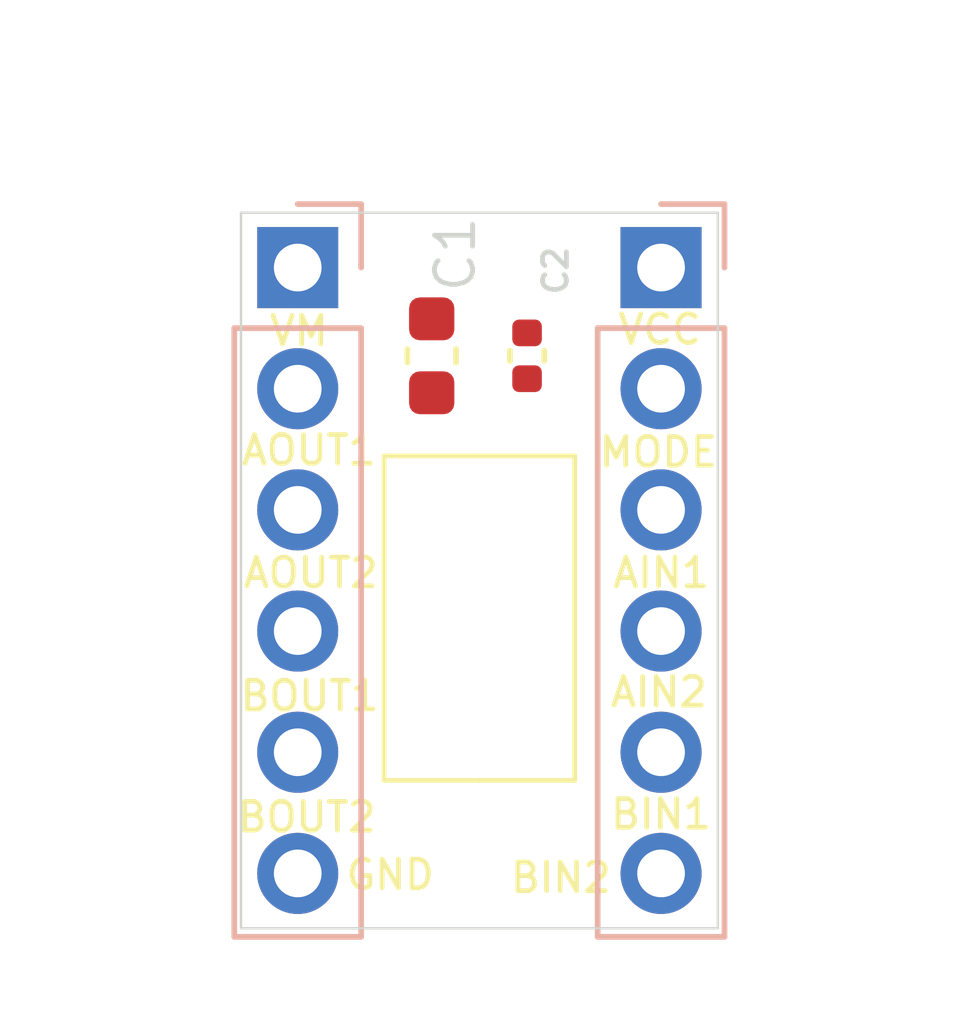
<source format=kicad_pcb>
(kicad_pcb (version 20240108) (generator "pcbnew") (generator_version "8.0")
  (layers (0 "F.Cu" signal) (31 "B.Cu" signal) (34 "B.Paste" user) (35 "F.Paste" user) (36 "B.SilkS" user "B.Silkscreen") (37 "F.SilkS" user "F.Silkscreen") (38 "B.Mask" user) (39 "F.Mask" user) (44 "Edge.Cuts" user))
  (net 0 "")
  (footprint "MOTORDRIVE:DRV8835 IC" (layer "F.Cu") (at 150 101)
    (property "Reference" "REF**" (hide yes))
    (property "Value" "DRV8835 IC")
    (fp_line (start -2 -3.4) (end -2 3.4) (stroke (width 0.1)) (layer "F.SilkS"))
    (fp_line (start -2 3.4) (end 0 3.4) (stroke (width 0.1)) (layer "F.SilkS"))
    (fp_line (start 0 -3.4) (end -2 -3.4) (stroke (width 0.1)) (layer "F.SilkS"))
    (fp_line (start 0 -3.4) (end 2 -3.4) (stroke (width 0.1)) (layer "F.SilkS"))
    (fp_line (start 0 3.4) (end 2 3.4) (stroke (width 0.1)) (layer "F.SilkS"))
    (fp_line (start 2 -3.4) (end 2 3.4) (stroke (width 0.1)) (layer "F.SilkS"))
  )
  (footprint "Capacitor_SMD:C_0402_1005Metric" (layer "F.Cu") (at 151 95.5 -90)
    (property "Reference" "REF**" (hide yes))
    (property "Value" "C_0402_1005Metric")
    (fp_line (start -0.107836 0.36) (end 0.107836 0.36) (stroke (width 0.12)) (layer "F.SilkS"))
    (fp_line (start -0.107836 -0.36) (end 0.107836 -0.36) (stroke (width 0.12)) (layer "F.SilkS"))
    (pad "1" smd roundrect (at -0.48 0 270) (size 0.56 0.62) (layers "F.Cu" "F.Paste" "F.Mask"))
    (pad "2" smd roundrect (at 0.48 0 270) (size 0.56 0.62) (layers "F.Cu" "F.Paste" "F.Mask"))
  )
  (footprint "Capacitor_SMD:C_0603_1608Metric" (layer "F.Cu") (at 149 95.5 -90)
    (property "Reference" "REF**" (hide yes))
    (property "Value" "C_0603_1608Metric")
    (fp_line (start -0.14058 0.51) (end 0.14058 0.51) (stroke (width 0.12)) (layer "F.SilkS"))
    (fp_line (start -0.14058 -0.51) (end 0.14058 -0.51) (stroke (width 0.12)) (layer "F.SilkS"))
    (pad "1" smd roundrect (at -0.775 0 270) (size 0.9 0.95) (layers "F.Cu" "F.Paste" "F.Mask"))
    (pad "2" smd roundrect (at 0.775 0 270) (size 0.9 0.95) (layers "F.Cu" "F.Paste" "F.Mask"))
  )
  (footprint "Connector_PinHeader_2.54mm:PinHeader_1x06_P2.54mm_Vertical" (layer "B.Cu") (at 153.81 93.65 180)
    (property "Reference" "J2" (hide yes))
    (property "Value" "Conn_01x06_Pin")
    (fp_line (start 1.33 -1.27) (end -1.33 -1.27) (stroke (width 0.12)) (layer "B.SilkS"))
    (fp_line (start 1.33 -14.03) (end 1.33 -1.27) (stroke (width 0.12)) (layer "B.SilkS"))
    (fp_line (start 1.33 -14.03) (end -1.33 -14.03) (stroke (width 0.12)) (layer "B.SilkS"))
    (fp_line (start 0 1.33) (end -1.33 1.33) (stroke (width 0.12)) (layer "B.SilkS"))
    (fp_line (start -1.33 1.33) (end -1.33 0) (stroke (width 0.12)) (layer "B.SilkS"))
    (fp_line (start -1.33 -14.03) (end -1.33 -1.27) (stroke (width 0.12)) (layer "B.SilkS"))
    (pad "1" thru_hole rect (at 0 0 180) (size 1.7 1.7) (drill 1) (layers "*.Cu" "*.Mask"))
    (pad "2" thru_hole oval (at 0 -2.54 180) (size 1.7 1.7) (drill 1) (layers "*.Cu" "*.Mask"))
    (pad "3" thru_hole oval (at 0 -5.08 180) (size 1.7 1.7) (drill 1) (layers "*.Cu" "*.Mask"))
    (pad "4" thru_hole oval (at 0 -7.62 180) (size 1.7 1.7) (drill 1) (layers "*.Cu" "*.Mask"))
    (pad "5" thru_hole oval (at 0 -10.16 180) (size 1.7 1.7) (drill 1) (layers "*.Cu" "*.Mask"))
    (pad "6" thru_hole oval (at 0 -12.7 180) (size 1.7 1.7) (drill 1) (layers "*.Cu" "*.Mask"))
  )
  (footprint "Connector_PinHeader_2.54mm:PinHeader_1x06_P2.54mm_Vertical" (layer "B.Cu") (at 146.19 93.65 180)
    (property "Reference" "J1" (hide yes))
    (property "Value" "Conn_01x06_Pin")
    (fp_line (start 1.33 -1.27) (end -1.33 -1.27) (stroke (width 0.12)) (layer "B.SilkS"))
    (fp_line (start 1.33 -14.03) (end 1.33 -1.27) (stroke (width 0.12)) (layer "B.SilkS"))
    (fp_line (start 1.33 -14.03) (end -1.33 -14.03) (stroke (width 0.12)) (layer "B.SilkS"))
    (fp_line (start 0 1.33) (end -1.33 1.33) (stroke (width 0.12)) (layer "B.SilkS"))
    (fp_line (start -1.33 1.33) (end -1.33 0) (stroke (width 0.12)) (layer "B.SilkS"))
    (fp_line (start -1.33 -14.03) (end -1.33 -1.27) (stroke (width 0.12)) (layer "B.SilkS"))
    (pad "1" thru_hole rect (at 0 0 180) (size 1.7 1.7) (drill 1) (layers "*.Cu" "*.Mask"))
    (pad "2" thru_hole oval (at 0 -2.54 180) (size 1.7 1.7) (drill 1) (layers "*.Cu" "*.Mask"))
    (pad "3" thru_hole oval (at 0 -5.08 180) (size 1.7 1.7) (drill 1) (layers "*.Cu" "*.Mask"))
    (pad "4" thru_hole oval (at 0 -7.62 180) (size 1.7 1.7) (drill 1) (layers "*.Cu" "*.Mask"))
    (pad "5" thru_hole oval (at 0 -10.16 180) (size 1.7 1.7) (drill 1) (layers "*.Cu" "*.Mask"))
    (pad "6" thru_hole oval (at 0 -12.7 180) (size 1.7 1.7) (drill 1) (layers "*.Cu" "*.Mask"))
  )
  (gr_line (start 145 107.5) (end 155 107.5) (stroke (width 0.05)) (layer "Edge.Cuts"))
  (gr_line (start 155 92.5) (end 145 92.5) (stroke (width 0.05)) (layer "Edge.Cuts"))
  (gr_line (start 145 92.5) (end 145 107.5) (stroke (width 0.05)) (layer "Edge.Cuts"))
  (gr_line (start 155 107.5) (end 155 92.5) (stroke (width 0.05)) (layer "Edge.Cuts"))
  (gr_text "VCC" (at 152.86 95.3 0) (layer "F.SilkS") (effects (font (size 0.6 0.6) (thickness 0.1) (bold yes)) (justify left bottom)))
  (gr_text "MODE" (at 152.46 97.87 0) (layer "F.SilkS") (effects (font (size 0.6 0.6) (thickness 0.1) (bold yes)) (justify left bottom)))
  (gr_text "VM" (at 145.55 95.33 0) (layer "F.SilkS") (effects (font (size 0.6 0.6) (thickness 0.1)) (justify left bottom)))
  (gr_text "GND" (at 147.15 106.73 0) (layer "F.SilkS") (effects (font (size 0.6 0.6) (thickness 0.1) (bold yes)) (justify left bottom)))
  (gr_text "AOUT2" (at 145 100.4 0) (layer "F.SilkS") (effects (font (size 0.6 0.6) (thickness 0.1) (bold yes)) (justify left bottom)))
  (gr_text "AIN2" (at 152.7 102.9 0) (layer "F.SilkS") (effects (font (size 0.6 0.6) (thickness 0.1) (bold yes)) (justify left bottom)))
  (gr_text "BIN1" (at 152.7 105.46 0) (layer "F.SilkS") (effects (font (size 0.6 0.6) (thickness 0.1) (bold yes)) (justify left bottom)))
  (gr_text "BIN2" (at 150.6 106.79 0) (layer "F.SilkS") (effects (font (size 0.6 0.6) (thickness 0.1) (bold yes)) (justify left bottom)))
  (gr_text "BOUT1" (at 144.93 102.98 0) (layer "F.SilkS") (effects (font (size 0.6 0.6) (thickness 0.1) (bold yes)) (justify left bottom)))
  (gr_text "AIN1" (at 152.75 100.4 0) (layer "F.SilkS") (effects (font (size 0.6 0.6) (thickness 0.1) (bold yes)) (justify left bottom)))
  (gr_text "AOUT1" (at 144.96 97.83 0) (layer "F.SilkS") (effects (font (size 0.6 0.6) (thickness 0.1) (bold yes)) (justify left bottom)))
  (gr_text "BOUT2" (at 144.87 105.52 0) (layer "F.SilkS") (effects (font (size 0.6 0.6) (thickness 0.1) (bold yes)) (justify left bottom)))
  (gr_text "C1" (at 149.96 94.22 90) (layer "Edge.Cuts") (effects (font (size 0.8 0.8) (thickness 0.1)) (justify left bottom)))
  (gr_text "C2" (at 151.89 94.27 90) (layer "Edge.Cuts") (effects (font (size 0.5 0.5) (thickness 0.1) (bold yes)) (justify left bottom)))
)
</source>
